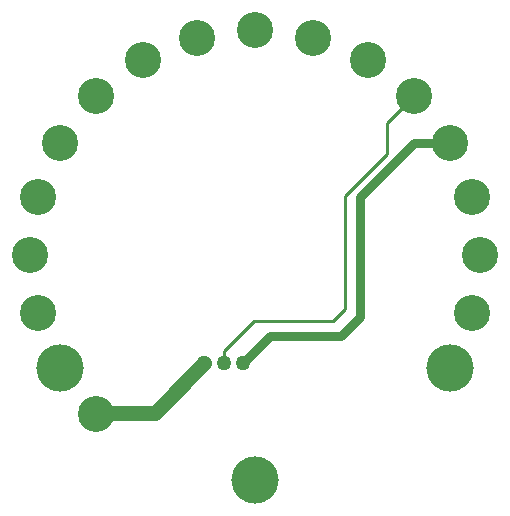
<source format=gtl>
G04*
G04 #@! TF.GenerationSoftware,Altium Limited,Altium Designer,18.1.11 (251)*
G04*
G04 Layer_Physical_Order=1*
G04 Layer_Color=255*
%FSLAX25Y25*%
%MOIN*%
G70*
G01*
G75*
%ADD10C,0.01000*%
%ADD11C,0.12000*%
%ADD15C,0.03000*%
%ADD16C,0.05000*%
%ADD17C,0.05000*%
%ADD18C,0.15748*%
D10*
X-10500Y-32000D02*
X-500Y-22000D01*
X-10500Y-36000D02*
Y-32000D01*
X-500Y-22000D02*
X26000D01*
X30000Y-18000D01*
Y19828D01*
X44000Y33828D01*
Y44000D01*
X53000Y53000D01*
X-53000Y-53000D02*
X-52500Y-52500D01*
D11*
X-53000Y-53000D02*
D03*
X72400Y19400D02*
D03*
X-72400Y-19400D02*
D03*
X75000Y0D02*
D03*
X-75000D02*
D03*
X72400Y-19400D02*
D03*
X37500Y64950D02*
D03*
X19400Y72400D02*
D03*
X0Y75000D02*
D03*
X-19400Y72400D02*
D03*
X-37500Y64950D02*
D03*
X-53000Y53000D02*
D03*
X-64950Y37500D02*
D03*
X-72400Y19400D02*
D03*
X53000Y53000D02*
D03*
X65000Y37500D02*
D03*
D15*
X35000Y-20500D02*
Y-15828D01*
X28500Y-27000D02*
X35000Y-20500D01*
X5000Y-27000D02*
X28500D01*
X-1000Y-33000D02*
X5000Y-27000D01*
X35000Y-15828D02*
Y19500D01*
X-4000Y-36000D02*
X-1000Y-33000D01*
X53000Y37500D02*
X65000D01*
X35000Y19500D02*
X53000Y37500D01*
D16*
X-52500Y-52500D02*
X-33500D01*
X-17000Y-36000D01*
D17*
D03*
X-10500D02*
D03*
X-4000D02*
D03*
D18*
X0Y-75000D02*
D03*
X65000Y-37500D02*
D03*
X-64950D02*
D03*
M02*

</source>
